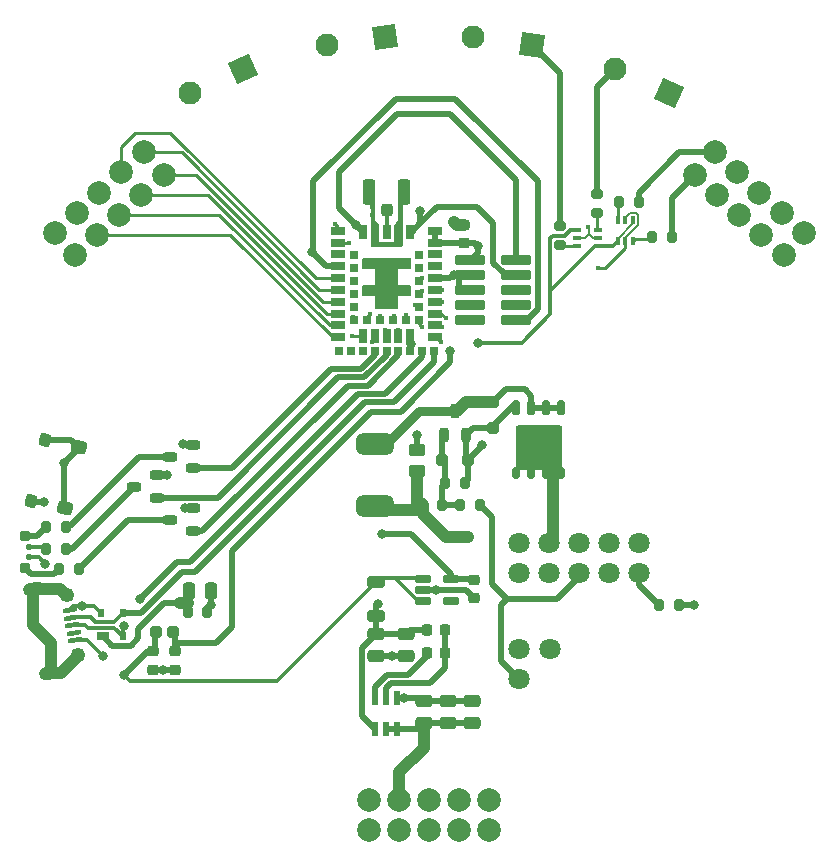
<source format=gtl>
G04 #@! TF.GenerationSoftware,KiCad,Pcbnew,7.0.1-3b83917a11~172~ubuntu22.04.1*
G04 #@! TF.CreationDate,2023-11-06T14:25:17+01:00*
G04 #@! TF.ProjectId,io_coupling_MCU_enhanced,696f5f63-6f75-4706-9c69-6e675f4d4355,rev?*
G04 #@! TF.SameCoordinates,Original*
G04 #@! TF.FileFunction,Copper,L1,Top*
G04 #@! TF.FilePolarity,Positive*
%FSLAX46Y46*%
G04 Gerber Fmt 4.6, Leading zero omitted, Abs format (unit mm)*
G04 Created by KiCad (PCBNEW 7.0.1-3b83917a11~172~ubuntu22.04.1) date 2023-11-06 14:25:17*
%MOMM*%
%LPD*%
G01*
G04 APERTURE LIST*
G04 Aperture macros list*
%AMRoundRect*
0 Rectangle with rounded corners*
0 $1 Rounding radius*
0 $2 $3 $4 $5 $6 $7 $8 $9 X,Y pos of 4 corners*
0 Add a 4 corners polygon primitive as box body*
4,1,4,$2,$3,$4,$5,$6,$7,$8,$9,$2,$3,0*
0 Add four circle primitives for the rounded corners*
1,1,$1+$1,$2,$3*
1,1,$1+$1,$4,$5*
1,1,$1+$1,$6,$7*
1,1,$1+$1,$8,$9*
0 Add four rect primitives between the rounded corners*
20,1,$1+$1,$2,$3,$4,$5,0*
20,1,$1+$1,$4,$5,$6,$7,0*
20,1,$1+$1,$6,$7,$8,$9,0*
20,1,$1+$1,$8,$9,$2,$3,0*%
%AMHorizOval*
0 Thick line with rounded ends*
0 $1 width*
0 $2 $3 position (X,Y) of the first rounded end (center of the circle)*
0 $4 $5 position (X,Y) of the second rounded end (center of the circle)*
0 Add line between two ends*
20,1,$1,$2,$3,$4,$5,0*
0 Add two circle primitives to create the rounded ends*
1,1,$1,$2,$3*
1,1,$1,$4,$5*%
%AMRotRect*
0 Rectangle, with rotation*
0 The origin of the aperture is its center*
0 $1 length*
0 $2 width*
0 $3 Rotation angle, in degrees counterclockwise*
0 Add horizontal line*
21,1,$1,$2,0,0,$3*%
G04 Aperture macros list end*
G04 #@! TA.AperFunction,SMDPad,CuDef*
%ADD10RoundRect,0.200000X-0.200000X-0.275000X0.200000X-0.275000X0.200000X0.275000X-0.200000X0.275000X0*%
G04 #@! TD*
G04 #@! TA.AperFunction,SMDPad,CuDef*
%ADD11RoundRect,0.250000X0.475000X-0.250000X0.475000X0.250000X-0.475000X0.250000X-0.475000X-0.250000X0*%
G04 #@! TD*
G04 #@! TA.AperFunction,SMDPad,CuDef*
%ADD12RoundRect,0.225000X0.250000X-0.225000X0.250000X0.225000X-0.250000X0.225000X-0.250000X-0.225000X0*%
G04 #@! TD*
G04 #@! TA.AperFunction,ComponentPad*
%ADD13RotRect,1.950000X1.950000X188.057000*%
G04 #@! TD*
G04 #@! TA.AperFunction,ComponentPad*
%ADD14C,1.950000*%
G04 #@! TD*
G04 #@! TA.AperFunction,SMDPad,CuDef*
%ADD15RoundRect,0.200000X0.400000X0.200000X-0.400000X0.200000X-0.400000X-0.200000X0.400000X-0.200000X0*%
G04 #@! TD*
G04 #@! TA.AperFunction,ComponentPad*
%ADD16C,1.800000*%
G04 #@! TD*
G04 #@! TA.AperFunction,SMDPad,CuDef*
%ADD17RoundRect,0.225000X-0.250000X0.225000X-0.250000X-0.225000X0.250000X-0.225000X0.250000X0.225000X0*%
G04 #@! TD*
G04 #@! TA.AperFunction,ComponentPad*
%ADD18C,2.000000*%
G04 #@! TD*
G04 #@! TA.AperFunction,ComponentPad*
%ADD19RotRect,1.950000X1.950000X204.171000*%
G04 #@! TD*
G04 #@! TA.AperFunction,SMDPad,CuDef*
%ADD20R,0.620000X1.220000*%
G04 #@! TD*
G04 #@! TA.AperFunction,SMDPad,CuDef*
%ADD21RoundRect,0.250000X0.309613X0.237991X-0.178257X0.347454X-0.309613X-0.237991X0.178257X-0.347454X0*%
G04 #@! TD*
G04 #@! TA.AperFunction,SMDPad,CuDef*
%ADD22RoundRect,0.275000X0.426108X0.186231X-0.305698X0.350426X-0.426108X-0.186231X0.305698X-0.350426X0*%
G04 #@! TD*
G04 #@! TA.AperFunction,SMDPad,CuDef*
%ADD23RoundRect,0.200000X0.200000X0.275000X-0.200000X0.275000X-0.200000X-0.275000X0.200000X-0.275000X0*%
G04 #@! TD*
G04 #@! TA.AperFunction,SMDPad,CuDef*
%ADD24RoundRect,0.060000X-0.615000X0.240000X-0.615000X-0.240000X0.615000X-0.240000X0.615000X0.240000X0*%
G04 #@! TD*
G04 #@! TA.AperFunction,SMDPad,CuDef*
%ADD25RoundRect,0.250000X-0.475000X0.250000X-0.475000X-0.250000X0.475000X-0.250000X0.475000X0.250000X0*%
G04 #@! TD*
G04 #@! TA.AperFunction,SMDPad,CuDef*
%ADD26RoundRect,0.225000X-0.225000X-0.250000X0.225000X-0.250000X0.225000X0.250000X-0.225000X0.250000X0*%
G04 #@! TD*
G04 #@! TA.AperFunction,SMDPad,CuDef*
%ADD27RoundRect,0.242500X-0.257500X-0.242500X0.257500X-0.242500X0.257500X0.242500X-0.257500X0.242500X0*%
G04 #@! TD*
G04 #@! TA.AperFunction,SMDPad,CuDef*
%ADD28R,0.700000X0.500000*%
G04 #@! TD*
G04 #@! TA.AperFunction,SMDPad,CuDef*
%ADD29R,1.150000X0.700000*%
G04 #@! TD*
G04 #@! TA.AperFunction,SMDPad,CuDef*
%ADD30R,0.500000X0.700000*%
G04 #@! TD*
G04 #@! TA.AperFunction,SMDPad,CuDef*
%ADD31R,0.700000X1.150000*%
G04 #@! TD*
G04 #@! TA.AperFunction,SMDPad,CuDef*
%ADD32R,0.500000X0.500000*%
G04 #@! TD*
G04 #@! TA.AperFunction,SMDPad,CuDef*
%ADD33R,0.700000X0.700000*%
G04 #@! TD*
G04 #@! TA.AperFunction,SMDPad,CuDef*
%ADD34RoundRect,0.075000X-0.075000X-0.275000X0.075000X-0.275000X0.075000X0.275000X-0.075000X0.275000X0*%
G04 #@! TD*
G04 #@! TA.AperFunction,SMDPad,CuDef*
%ADD35RoundRect,0.250000X-0.450000X0.262500X-0.450000X-0.262500X0.450000X-0.262500X0.450000X0.262500X0*%
G04 #@! TD*
G04 #@! TA.AperFunction,SMDPad,CuDef*
%ADD36R,1.000000X0.700000*%
G04 #@! TD*
G04 #@! TA.AperFunction,SMDPad,CuDef*
%ADD37R,0.600000X0.700000*%
G04 #@! TD*
G04 #@! TA.AperFunction,SMDPad,CuDef*
%ADD38RoundRect,0.075000X0.275000X-0.075000X0.275000X0.075000X-0.275000X0.075000X-0.275000X-0.075000X0*%
G04 #@! TD*
G04 #@! TA.AperFunction,ComponentPad*
%ADD39RotRect,1.950000X1.950000X171.943000*%
G04 #@! TD*
G04 #@! TA.AperFunction,SMDPad,CuDef*
%ADD40RoundRect,0.200000X0.275000X-0.200000X0.275000X0.200000X-0.275000X0.200000X-0.275000X-0.200000X0*%
G04 #@! TD*
G04 #@! TA.AperFunction,SMDPad,CuDef*
%ADD41RoundRect,0.250000X0.250000X0.250000X-0.250000X0.250000X-0.250000X-0.250000X0.250000X-0.250000X0*%
G04 #@! TD*
G04 #@! TA.AperFunction,SMDPad,CuDef*
%ADD42RoundRect,0.250000X-0.250000X-0.275000X0.250000X-0.275000X0.250000X0.275000X-0.250000X0.275000X0*%
G04 #@! TD*
G04 #@! TA.AperFunction,SMDPad,CuDef*
%ADD43RoundRect,0.262500X-0.262500X-0.837500X0.262500X-0.837500X0.262500X0.837500X-0.262500X0.837500X0*%
G04 #@! TD*
G04 #@! TA.AperFunction,SMDPad,CuDef*
%ADD44RoundRect,0.218750X0.218750X0.256250X-0.218750X0.256250X-0.218750X-0.256250X0.218750X-0.256250X0*%
G04 #@! TD*
G04 #@! TA.AperFunction,SMDPad,CuDef*
%ADD45RoundRect,0.152500X-0.152500X0.482500X-0.152500X-0.482500X0.152500X-0.482500X0.152500X0.482500X0*%
G04 #@! TD*
G04 #@! TA.AperFunction,SMDPad,CuDef*
%ADD46RoundRect,0.075000X-0.675000X0.675000X-0.675000X-0.675000X0.675000X-0.675000X0.675000X0.675000X0*%
G04 #@! TD*
G04 #@! TA.AperFunction,SMDPad,CuDef*
%ADD47RoundRect,0.190500X-1.764500X1.714500X-1.764500X-1.714500X1.764500X-1.714500X1.764500X1.714500X0*%
G04 #@! TD*
G04 #@! TA.AperFunction,SMDPad,CuDef*
%ADD48RoundRect,0.152500X-0.152500X0.357500X-0.152500X-0.357500X0.152500X-0.357500X0.152500X0.357500X0*%
G04 #@! TD*
G04 #@! TA.AperFunction,SMDPad,CuDef*
%ADD49RoundRect,0.445000X1.130000X-0.445000X1.130000X0.445000X-1.130000X0.445000X-1.130000X-0.445000X0*%
G04 #@! TD*
G04 #@! TA.AperFunction,SMDPad,CuDef*
%ADD50RoundRect,0.250000X-0.250000X-0.475000X0.250000X-0.475000X0.250000X0.475000X-0.250000X0.475000X0*%
G04 #@! TD*
G04 #@! TA.AperFunction,SMDPad,CuDef*
%ADD51RoundRect,0.200000X-1.110000X-0.200000X1.110000X-0.200000X1.110000X0.200000X-1.110000X0.200000X0*%
G04 #@! TD*
G04 #@! TA.AperFunction,SMDPad,CuDef*
%ADD52RoundRect,0.250000X-0.250000X0.250000X-0.250000X-0.250000X0.250000X-0.250000X0.250000X0.250000X0*%
G04 #@! TD*
G04 #@! TA.AperFunction,SMDPad,CuDef*
%ADD53RoundRect,0.100000X0.534438X-0.000898X0.497346X0.195632X-0.534438X0.000898X-0.497346X-0.195632X0*%
G04 #@! TD*
G04 #@! TA.AperFunction,ComponentPad*
%ADD54HorizOval,1.100000X0.393061X0.074184X-0.393061X-0.074184X0*%
G04 #@! TD*
G04 #@! TA.AperFunction,ComponentPad*
%ADD55C,1.250000*%
G04 #@! TD*
G04 #@! TA.AperFunction,ComponentPad*
%ADD56RotRect,1.950000X1.950000X155.828000*%
G04 #@! TD*
G04 #@! TA.AperFunction,SMDPad,CuDef*
%ADD57RoundRect,0.250000X0.500000X-0.250000X0.500000X0.250000X-0.500000X0.250000X-0.500000X-0.250000X0*%
G04 #@! TD*
G04 #@! TA.AperFunction,SMDPad,CuDef*
%ADD58RoundRect,0.200000X0.200000X-0.400000X0.200000X0.400000X-0.200000X0.400000X-0.200000X-0.400000X0*%
G04 #@! TD*
G04 #@! TA.AperFunction,SMDPad,CuDef*
%ADD59RoundRect,0.212500X0.237500X-0.212500X0.237500X0.212500X-0.237500X0.212500X-0.237500X-0.212500X0*%
G04 #@! TD*
G04 #@! TA.AperFunction,SMDPad,CuDef*
%ADD60RoundRect,0.112500X0.137500X-0.112500X0.137500X0.112500X-0.137500X0.112500X-0.137500X-0.112500X0*%
G04 #@! TD*
G04 #@! TA.AperFunction,ViaPad*
%ADD61C,0.450000*%
G04 #@! TD*
G04 #@! TA.AperFunction,ViaPad*
%ADD62C,0.800000*%
G04 #@! TD*
G04 #@! TA.AperFunction,Conductor*
%ADD63C,0.250000*%
G04 #@! TD*
G04 #@! TA.AperFunction,Conductor*
%ADD64C,0.500000*%
G04 #@! TD*
G04 #@! TA.AperFunction,Conductor*
%ADD65C,1.000000*%
G04 #@! TD*
G04 #@! TA.AperFunction,Conductor*
%ADD66C,0.300000*%
G04 #@! TD*
G04 #@! TA.AperFunction,Conductor*
%ADD67C,0.750000*%
G04 #@! TD*
G04 #@! TA.AperFunction,Conductor*
%ADD68C,0.200000*%
G04 #@! TD*
G04 #@! TA.AperFunction,Conductor*
%ADD69C,0.350000*%
G04 #@! TD*
G04 APERTURE END LIST*
D10*
X2649000Y4459000D03*
X4299000Y4459000D03*
D11*
X1560500Y-13978000D03*
X1560500Y-12078000D03*
D12*
X2925000Y26649000D03*
X2925000Y28199000D03*
D10*
X-20434701Y-4590299D03*
X-18784701Y-4590299D03*
D13*
X-3724677Y44150395D03*
D14*
X-8675323Y43449605D03*
D15*
X-19952000Y7640000D03*
X-19952000Y9540000D03*
X-21952000Y8590000D03*
D11*
X3592500Y-13978000D03*
X3592500Y-12078000D03*
D16*
X7620000Y-7700000D03*
D17*
X-23409701Y-7915299D03*
X-23409701Y-9465299D03*
D18*
X-5080000Y-20460000D03*
D19*
X-15719181Y41423653D03*
D14*
X-20280819Y39376347D03*
D17*
X-21504701Y-7915299D03*
X-21504701Y-9465299D03*
D20*
X-4596500Y-14455000D03*
X-3646500Y-14455000D03*
X-2696500Y-14455000D03*
X-2696500Y-11855000D03*
X-3646500Y-11855000D03*
X-4596500Y-11855000D03*
D21*
X-33682851Y4841193D03*
X-32522540Y10012622D03*
D22*
X-30804414Y4195359D03*
X-29644103Y9366788D03*
D23*
X21125000Y-4000000D03*
X19475000Y-4000000D03*
D24*
X-496500Y-1782000D03*
X-496500Y-2732000D03*
X-496500Y-3682000D03*
X1873500Y-3682000D03*
X1873500Y-1782000D03*
D10*
X-32425000Y2600000D03*
X-30775000Y2600000D03*
D16*
X7620000Y-10240000D03*
D25*
X-4492500Y-6420000D03*
X-4492500Y-8320000D03*
D18*
X-24184482Y34349604D03*
X-22480611Y32465877D03*
X-26068208Y32645734D03*
X-24364338Y30762007D03*
X-27951935Y30941863D03*
X-26248065Y29058137D03*
X-29835662Y29237993D03*
X-28131792Y27354266D03*
X-31719389Y27534123D03*
X-30015518Y25650396D03*
X5080000Y-20460000D03*
D26*
X-187500Y-8005000D03*
X1362500Y-8005000D03*
D18*
X0Y-20460000D03*
D16*
X10200000Y-7700000D03*
D18*
X-2540000Y-23000000D03*
D27*
X-23128701Y-6277299D03*
X-21658701Y-6277299D03*
D28*
X525000Y18699000D03*
D29*
X525000Y18699000D03*
D28*
X525000Y19699000D03*
D29*
X525000Y19699000D03*
D28*
X525000Y20699000D03*
D29*
X525000Y20699000D03*
D28*
X525000Y21699000D03*
D29*
X525000Y21699000D03*
D28*
X525000Y22699000D03*
D29*
X525000Y22699000D03*
D28*
X525000Y23699000D03*
D29*
X525000Y23699000D03*
D28*
X525000Y24699000D03*
D29*
X525000Y24699000D03*
D28*
X525000Y25699000D03*
D29*
X525000Y25699000D03*
D28*
X525000Y26699000D03*
D29*
X525000Y26699000D03*
D28*
X525000Y27699000D03*
D29*
X525000Y27699000D03*
D30*
X-1600000Y27624000D03*
D31*
X-1600000Y27624000D03*
D30*
X-2600000Y27624000D03*
D31*
X-2600000Y27624000D03*
D30*
X-3600000Y27624000D03*
D31*
X-3600000Y27624000D03*
D30*
X-4600000Y27624000D03*
D31*
X-4600000Y27624000D03*
D30*
X-5600000Y27624000D03*
D31*
X-5600000Y27624000D03*
D28*
X-7725000Y27699000D03*
D29*
X-7725000Y27699000D03*
D28*
X-7725000Y26699000D03*
D29*
X-7725000Y26699000D03*
D28*
X-7725000Y25699000D03*
D29*
X-7725000Y25699000D03*
D28*
X-7725000Y24699000D03*
D29*
X-7725000Y24699000D03*
D28*
X-7725000Y23699000D03*
D29*
X-7725000Y23699000D03*
D28*
X-7725000Y22699000D03*
D29*
X-7725000Y22699000D03*
D28*
X-7725000Y21699000D03*
D29*
X-7725000Y21699000D03*
D28*
X-7725000Y20699000D03*
D29*
X-7725000Y20699000D03*
D28*
X-7725000Y19699000D03*
D29*
X-7725000Y19699000D03*
D28*
X-7725000Y18699000D03*
D29*
X-7725000Y18699000D03*
D30*
X-5600000Y18774000D03*
D31*
X-5600000Y18774000D03*
D30*
X-4600000Y18774000D03*
D31*
X-4600000Y18774000D03*
D30*
X-3600000Y18774000D03*
D31*
X-3600000Y18774000D03*
D30*
X-2600000Y18774000D03*
D31*
X-2600000Y18774000D03*
D30*
X-1600000Y18774000D03*
D31*
X-1600000Y18774000D03*
D32*
X-850000Y20149000D03*
D33*
X-850000Y20149000D03*
D32*
X-850000Y21249000D03*
D33*
X-850000Y21249000D03*
D32*
X-850000Y22349000D03*
D33*
X-850000Y22349000D03*
D32*
X-850000Y23449000D03*
D33*
X-850000Y23449000D03*
D32*
X-850000Y24549000D03*
D33*
X-850000Y24549000D03*
D32*
X-850000Y25649000D03*
D33*
X-850000Y25649000D03*
D32*
X-6350000Y25649000D03*
D33*
X-6350000Y25649000D03*
D32*
X-6350000Y24549000D03*
D33*
X-6350000Y24549000D03*
D32*
X-6350000Y23449000D03*
D33*
X-6350000Y23449000D03*
D32*
X-6350000Y22349000D03*
D33*
X-6350000Y22349000D03*
D32*
X-6350000Y21249000D03*
D33*
X-6350000Y21249000D03*
D32*
X-6350000Y20149000D03*
D33*
X-6350000Y20149000D03*
D32*
X-5250000Y20149000D03*
D33*
X-5250000Y20149000D03*
D32*
X-4150000Y20149000D03*
D33*
X-4150000Y20149000D03*
D32*
X-3050000Y20149000D03*
D33*
X-3050000Y20149000D03*
D32*
X-1950000Y20149000D03*
D33*
X-1950000Y20149000D03*
D32*
X-7600000Y17549000D03*
D33*
X-7600000Y17549000D03*
D32*
X-6600000Y17549000D03*
D33*
X-6600000Y17549000D03*
D32*
X-5600000Y17549000D03*
D33*
X-5600000Y17549000D03*
D32*
X-4600000Y17549000D03*
D33*
X-4600000Y17549000D03*
D32*
X-3600000Y17549000D03*
D33*
X-3600000Y17549000D03*
D32*
X-2600000Y17549000D03*
D33*
X-2600000Y17549000D03*
D32*
X-1600000Y17549000D03*
D33*
X-1600000Y17549000D03*
D32*
X-600000Y17549000D03*
D33*
X-600000Y17549000D03*
D32*
X400000Y17549000D03*
D33*
X400000Y17549000D03*
D32*
X-3025000Y21474000D03*
D33*
X-3025000Y21474000D03*
D32*
X-4175000Y21474000D03*
D33*
X-4175000Y21474000D03*
D32*
X-1875000Y22624000D03*
D33*
X-1875000Y22624000D03*
D32*
X-3025000Y22624000D03*
D33*
X-3025000Y22624000D03*
D32*
X-4175000Y22624000D03*
D33*
X-4175000Y22624000D03*
D32*
X-5325000Y22624000D03*
D33*
X-5325000Y22624000D03*
D32*
X-3025000Y23774000D03*
D33*
X-3025000Y23774000D03*
D32*
X-4175000Y23774000D03*
D33*
X-4175000Y23774000D03*
D32*
X-1875000Y24924000D03*
D33*
X-1875000Y24924000D03*
D32*
X-3025000Y24924000D03*
D33*
X-3025000Y24924000D03*
D32*
X-4175000Y24924000D03*
D33*
X-4175000Y24924000D03*
D32*
X-5325000Y24924000D03*
D33*
X-5325000Y24924000D03*
D34*
X15950000Y26811000D03*
X16600000Y26811000D03*
X17250000Y26811000D03*
X17250000Y28589000D03*
X16600000Y28589000D03*
X15950000Y28589000D03*
D23*
X3029000Y6364000D03*
X1379000Y6364000D03*
D10*
X-32425000Y800000D03*
X-30775000Y800000D03*
D35*
X-1014000Y9181500D03*
X-1014000Y7356500D03*
D36*
X-27615701Y-6628299D03*
D37*
X-25915701Y-6628299D03*
X-25915701Y-4628299D03*
X-27815701Y-4628299D03*
D38*
X14337500Y26437500D03*
X14337500Y27087500D03*
X14337500Y27737500D03*
X12559500Y27737500D03*
X12559500Y27087500D03*
X12559500Y26437500D03*
D16*
X7620000Y-1270000D03*
X7620000Y1270000D03*
X10160000Y-1270000D03*
X10160000Y1270000D03*
X12700000Y-1270000D03*
X12700000Y1270000D03*
X15240000Y-1270000D03*
X15240000Y1270000D03*
X17780000Y-1270000D03*
X17780000Y1270000D03*
D15*
X-23000000Y5100000D03*
X-23000000Y7000000D03*
X-25000000Y6050000D03*
D39*
X8675323Y43449605D03*
D14*
X3724677Y44150395D03*
D40*
X14211000Y29175000D03*
X14211000Y30825000D03*
D41*
X3304000Y8269000D03*
X1104000Y8269000D03*
D18*
X2540000Y-23000000D03*
D10*
X16075000Y30100000D03*
X17725000Y30100000D03*
D40*
X11048500Y26462500D03*
X11048500Y28112500D03*
D42*
X-3600000Y29473800D03*
D43*
X-5075000Y30998800D03*
X-2125000Y30998800D03*
D44*
X1375000Y-6100000D03*
X-200000Y-6100000D03*
D45*
X7395000Y12660000D03*
X11205000Y12660000D03*
X9935000Y12660000D03*
X8665000Y12660000D03*
D46*
X9300000Y9300000D03*
D47*
X9300000Y9300000D03*
D48*
X11205000Y7195000D03*
X9935000Y7195000D03*
X8665000Y7195000D03*
X7395000Y7195000D03*
D17*
X3812500Y-1830000D03*
X3812500Y-3380000D03*
D18*
X5080000Y-23000000D03*
D49*
X-4600000Y4385000D03*
X-4600000Y9615000D03*
D18*
X-5080000Y-23000000D03*
D10*
X-526000Y4459000D03*
X1124000Y4459000D03*
D18*
X-2540000Y-20460000D03*
D50*
X-20359701Y-2790299D03*
X-18459701Y-2790299D03*
D18*
X22480568Y32465796D03*
X24184406Y34349553D03*
X24364325Y30761959D03*
X26068162Y32645716D03*
X26248081Y29058122D03*
X27951919Y30941878D03*
X28131838Y27354284D03*
X29835675Y29238041D03*
X30015594Y25650447D03*
X31719432Y27534204D03*
D51*
X3485000Y25264000D03*
X7365000Y25264000D03*
X3485000Y23994000D03*
X7365000Y23994000D03*
X3485000Y22724000D03*
X7365000Y22724000D03*
X3485000Y21454000D03*
X7365000Y21454000D03*
X3485000Y20184000D03*
X7365000Y20184000D03*
D52*
X5379000Y13179000D03*
X5379000Y10979000D03*
D10*
X18875000Y27200000D03*
X20525000Y27200000D03*
D53*
X-30441099Y-4422553D03*
X-30320550Y-5061276D03*
X-30200000Y-5700000D03*
X-30079450Y-6338724D03*
X-29958901Y-6977447D03*
D54*
X-32136368Y-9729017D03*
D55*
X-29717802Y-8254894D03*
X-30682198Y-3145106D03*
D54*
X-33471686Y-2653925D03*
D15*
X-19952000Y2306000D03*
X-19952000Y4206000D03*
X-21952000Y3256000D03*
D18*
X2540000Y-20460000D03*
D10*
X-31325000Y-900000D03*
X-29675000Y-900000D03*
D56*
X20280801Y39376307D03*
D14*
X15719199Y41423693D03*
D18*
X0Y-23000000D03*
D11*
X-471500Y-13978000D03*
X-471500Y-12078000D03*
D57*
X-4487500Y-4905000D03*
X-4487500Y-2005000D03*
D58*
X1254000Y10444000D03*
X3154000Y10444000D03*
X2204000Y12444000D03*
D25*
X-1952500Y-6420000D03*
X-1952500Y-8320000D03*
D59*
X-34200000Y-825000D03*
D60*
X-33850000Y75000D03*
X-33850000Y925000D03*
D59*
X-34200000Y1825000D03*
D61*
X-4800000Y29050000D03*
D62*
X-30927420Y8023266D03*
D61*
X-4550000Y26950000D03*
X-2400000Y31150000D03*
X-6500000Y18800000D03*
D62*
X-22493701Y-9465299D03*
X-20700000Y4200000D03*
D61*
X-2400000Y29050000D03*
X-2600000Y26950000D03*
D62*
X-3600000Y23200000D03*
X2099750Y23999750D03*
X2125000Y28424000D03*
D61*
X-4550000Y27650000D03*
X-4700000Y28350000D03*
D62*
X-20800000Y9649500D03*
D61*
X-3200000Y26550000D03*
X-2500000Y28350000D03*
D62*
X-22200000Y7000000D03*
D61*
X-2600000Y27624000D03*
D62*
X-2087500Y-11855000D03*
X-18459701Y-3943299D03*
D61*
X-4800000Y31150000D03*
D62*
X-27610389Y-8339611D03*
X-1505853Y18123565D03*
D61*
X-2400000Y31850000D03*
X-4800000Y30450000D03*
D62*
X612500Y-2705000D03*
D61*
X-4800000Y29750000D03*
D62*
X-3187500Y-8320000D03*
D61*
X-2400000Y30450000D03*
X-4800000Y31850000D03*
X-2400000Y29750000D03*
X-4000000Y26550000D03*
D62*
X22400000Y-4000000D03*
X3300000Y1800000D03*
X4500000Y9600000D03*
X-1024500Y10397655D03*
X-4360023Y-3932477D03*
X-21109701Y-3790299D03*
X-4000000Y2000000D03*
X4100000Y18244365D03*
X-32500000Y-500000D03*
X4100000Y26400000D03*
X-29409701Y-4090299D03*
X-25809701Y-9890299D03*
X-800000Y29400000D03*
X-6188000Y28212000D03*
X-32600000Y4720000D03*
X-9900000Y25900000D03*
X-24475250Y-3449500D03*
X-25809701Y-5790299D03*
D61*
X-8000000Y28300000D03*
X-4825498Y18323502D03*
X-6790000Y26710000D03*
X-7300000Y25800000D03*
X-5000000Y20700000D03*
X1100000Y22700000D03*
X-3746300Y19300000D03*
X1100000Y21700000D03*
X-4200000Y20500000D03*
X-2000000Y20600000D03*
X-2596800Y19287234D03*
X1438786Y20304784D03*
X-3000000Y20500000D03*
X13450000Y28030000D03*
X-6424502Y20374498D03*
X14300000Y24570000D03*
X-1200000Y21400000D03*
X-600000Y22570000D03*
X-574502Y23675265D03*
X1100000Y19600000D03*
X1000000Y18300000D03*
D62*
X1800000Y17500000D03*
D61*
X-600000Y19600000D03*
D63*
X-7725000Y18699000D02*
X-8167198Y18699000D01*
X-8167198Y18699000D02*
X-16822464Y27354266D01*
X-16822464Y27354266D02*
X-28131792Y27354266D01*
D64*
X-1505853Y18123565D02*
X-1600000Y18029418D01*
D65*
X2925000Y28199000D02*
X2350000Y28199000D01*
D64*
X-30297884Y10032534D02*
X-29608018Y9342668D01*
D66*
X-27610389Y-8339611D02*
X-28972553Y-6977447D01*
D64*
X21125000Y-4000000D02*
X22400000Y-4000000D01*
X-20690500Y9540000D02*
X-20800000Y9649500D01*
X-496500Y-2732000D02*
X585500Y-2732000D01*
X-20694000Y4206000D02*
X-20700000Y4200000D01*
X-30927420Y8023266D02*
X-29608018Y9342668D01*
X-1600000Y18029418D02*
X-1600000Y17549000D01*
X2568000Y22824000D02*
X2568000Y24094000D01*
X-1600000Y18774000D02*
X-1600000Y17549000D01*
X-18459701Y-3943299D02*
X-18784701Y-4268299D01*
X-19952000Y9540000D02*
X-20690500Y9540000D01*
X1560500Y-12078000D02*
X3592500Y-12078000D01*
D63*
X-6474000Y18774000D02*
X-6500000Y18800000D01*
D64*
X-18459701Y-2790299D02*
X-18459701Y-3943299D01*
X-30847437Y4189626D02*
X-30927420Y4269609D01*
D63*
X-5600000Y18774000D02*
X-6474000Y18774000D01*
D64*
X-471500Y-12078000D02*
X1560500Y-12078000D01*
X3485000Y23994000D02*
X3479250Y23999750D01*
X-21504701Y-9465299D02*
X-23409701Y-9465299D01*
X2099750Y23999750D02*
X1799000Y23699000D01*
X-19952000Y4206000D02*
X-20694000Y4206000D01*
X612500Y-2705000D02*
X3137500Y-2705000D01*
X-23000000Y7000000D02*
X-22200000Y7000000D01*
X-2696500Y-11855000D02*
X-694500Y-11855000D01*
X1799000Y23699000D02*
X525000Y23699000D01*
X3137500Y-2705000D02*
X3812500Y-3380000D01*
D66*
X-28972553Y-6977447D02*
X-29958901Y-6977447D01*
D65*
X2350000Y28199000D02*
X2125000Y28424000D01*
D64*
X-32476221Y10032534D02*
X-30297884Y10032534D01*
X3479250Y23999750D02*
X2099750Y23999750D01*
X-694500Y-11855000D02*
X-471500Y-12078000D01*
X-1952500Y-8320000D02*
X-4492500Y-8320000D01*
X-30927420Y4269609D02*
X-30927420Y8023266D01*
X585500Y-2732000D02*
X612500Y-2705000D01*
D65*
X10500000Y8100000D02*
X9300000Y9300000D01*
X10160000Y1270000D02*
X10500000Y1610000D01*
X10500000Y1610000D02*
X10500000Y8100000D01*
X1400000Y1800000D02*
X3300000Y1800000D01*
X-2540000Y-20460000D02*
X-2540000Y-18140000D01*
X-4600000Y4385000D02*
X-4315000Y4100000D01*
D64*
X-2696500Y-14455000D02*
X-3646500Y-14455000D01*
X-471500Y-13978000D02*
X-948500Y-14455000D01*
D65*
X-1014000Y4100000D02*
X-1014000Y5085000D01*
D64*
X3592500Y-13978000D02*
X1560500Y-13978000D01*
X-948500Y-14455000D02*
X-2696500Y-14455000D01*
X1560500Y-13978000D02*
X-471500Y-13978000D01*
D65*
X-4315000Y4100000D02*
X-1014000Y4100000D01*
X-526000Y4459000D02*
X-526000Y3726000D01*
X-1014000Y5085000D02*
X-1014000Y7356500D01*
X-2540000Y-18140000D02*
X-471500Y-16071500D01*
X-1014000Y5085000D02*
X-1014000Y4947000D01*
X-526000Y3726000D02*
X1400000Y1800000D01*
X-471500Y-16071500D02*
X-471500Y-13978000D01*
X-1014000Y4947000D02*
X-526000Y4459000D01*
D64*
X6600000Y-3500000D02*
X10800000Y-3500000D01*
X6100000Y-4000000D02*
X6100000Y-8720000D01*
X6100000Y-8720000D02*
X7620000Y-10240000D01*
X6600000Y-3500000D02*
X6100000Y-4000000D01*
X4299000Y4459000D02*
X5299000Y3459000D01*
X10800000Y-3500000D02*
X12700000Y-1600000D01*
X5299000Y3459000D02*
X5299000Y-2199000D01*
X5299000Y-2199000D02*
X6600000Y-3500000D01*
X12700000Y-1600000D02*
X12700000Y-1270000D01*
X5379000Y10979000D02*
X5379000Y11144000D01*
X3300000Y6635000D02*
X3300000Y8265000D01*
X3300000Y8265000D02*
X3304000Y8269000D01*
X4500000Y9600000D02*
X4500000Y9465000D01*
X3029000Y6364000D02*
X3300000Y6635000D01*
X4500000Y9465000D02*
X3304000Y8269000D01*
X-1014000Y10387155D02*
X-1014000Y9181500D01*
X3154000Y8419000D02*
X3304000Y8269000D01*
X3154000Y10444000D02*
X3154000Y8419000D01*
X3689000Y10979000D02*
X3154000Y10444000D01*
X5379000Y10979000D02*
X3689000Y10979000D01*
X-1024500Y10397655D02*
X-1014000Y10387155D01*
X5379000Y11144000D02*
X7395000Y13160000D01*
X5379000Y13179000D02*
X6500000Y14300000D01*
D65*
X5379000Y13179000D02*
X3079000Y13179000D01*
D64*
X6500000Y14300000D02*
X8100000Y14300000D01*
D65*
X2344000Y12444000D02*
X3000000Y13100000D01*
X3079000Y13179000D02*
X3000000Y13100000D01*
D64*
X8100000Y14300000D02*
X8665000Y13735000D01*
X8665000Y12700000D02*
X11165000Y12700000D01*
X8665000Y13735000D02*
X8665000Y12700000D01*
D67*
X-3685000Y9615000D02*
X-4600000Y9615000D01*
X-856000Y12444000D02*
X-3685000Y9615000D01*
X2204000Y12444000D02*
X-856000Y12444000D01*
D64*
X11165000Y12700000D02*
X11205000Y12660000D01*
D65*
X2204000Y12444000D02*
X2344000Y12444000D01*
D64*
X1379000Y7994000D02*
X1104000Y8269000D01*
X1104000Y8269000D02*
X1104000Y10294000D01*
X1104000Y10294000D02*
X1254000Y10444000D01*
X1124000Y4459000D02*
X2649000Y4459000D01*
X1379000Y6364000D02*
X1379000Y7994000D01*
X1124000Y4459000D02*
X1124000Y6109000D01*
X1124000Y6109000D02*
X1379000Y6364000D01*
X-3556450Y-9905000D02*
X-4596500Y-10945050D01*
X-1822551Y-9905000D02*
X-3556450Y-9905000D01*
X-187500Y-8005000D02*
X-187500Y-8269949D01*
X-4596500Y-10945050D02*
X-4596500Y-11855000D01*
X-187500Y-8269949D02*
X-1822551Y-9905000D01*
X-3266500Y-10605000D02*
X112500Y-10605000D01*
X1362500Y-9355000D02*
X1362500Y-8005000D01*
X-3646500Y-11855000D02*
X-3646500Y-10985000D01*
X1375000Y-7992500D02*
X1362500Y-8005000D01*
X-3646500Y-10985000D02*
X-3266500Y-10605000D01*
X1375000Y-6100000D02*
X1375000Y-7992500D01*
X112500Y-10605000D02*
X1362500Y-9355000D01*
X-5667500Y-13384000D02*
X-4596500Y-14455000D01*
X-4360023Y-3932477D02*
X-4492500Y-4064954D01*
X-200000Y-6100000D02*
X-1632500Y-6100000D01*
X-3187500Y-6420000D02*
X-4492500Y-6420000D01*
X-4492500Y-6420000D02*
X-5667500Y-7595000D01*
X-5667500Y-7595000D02*
X-5667500Y-13384000D01*
X-1632500Y-6100000D02*
X-1952500Y-6420000D01*
X-4492500Y-4064954D02*
X-4492500Y-6420000D01*
X-1952500Y-6420000D02*
X-3187500Y-6420000D01*
X-26815701Y-7428299D02*
X-25247701Y-7428299D01*
X-20359701Y-4515299D02*
X-20359701Y-3890299D01*
D65*
X-29660922Y-8231724D02*
X-31158215Y-9729017D01*
X-33471686Y-2653925D02*
X-31253429Y-2653925D01*
X-32040152Y-9632801D02*
X-32040152Y-7159848D01*
D64*
X-27615701Y-6628299D02*
X-26815701Y-7428299D01*
D65*
X-32136368Y-9729017D02*
X-32040152Y-9632801D01*
X-31158215Y-9729017D02*
X-32136368Y-9729017D01*
D64*
X-22415373Y-3790299D02*
X-21109701Y-3790299D01*
X-24609701Y-6790299D02*
X-24609701Y-5984627D01*
D65*
X-31253429Y-2653925D02*
X-30758480Y-3148874D01*
D64*
X-25247701Y-7428299D02*
X-24609701Y-6790299D01*
X-20472701Y-4628299D02*
X-20359701Y-4515299D01*
D65*
X-33559848Y-2742087D02*
X-33471686Y-2653925D01*
D64*
X-20359701Y-3890299D02*
X-20359701Y-2890299D01*
X-24609701Y-5984627D02*
X-22415373Y-3790299D01*
D65*
X-21109701Y-3790299D02*
X-20459701Y-3790299D01*
X-32040152Y-7159848D02*
X-33559848Y-5640152D01*
D64*
X-20459701Y-3790299D02*
X-20359701Y-3890299D01*
D65*
X-33559848Y-5640152D02*
X-33559848Y-2742087D01*
D66*
X-33850000Y75000D02*
X-33075000Y75000D01*
X7844365Y18244365D02*
X4100000Y18244365D01*
D64*
X525000Y27699000D02*
X525000Y26699000D01*
D66*
X10223500Y22100000D02*
X10223500Y22623500D01*
X10223500Y27069607D02*
X10223500Y22100000D01*
X10453893Y27300000D02*
X10223500Y27069607D01*
D64*
X1873500Y-1782000D02*
X3764500Y-1782000D01*
X-4000000Y2000000D02*
X-1500000Y2000000D01*
X2875000Y26699000D02*
X2925000Y26649000D01*
D68*
X15950000Y26811000D02*
X15950000Y27041330D01*
X17250000Y28341330D02*
X17250000Y28589000D01*
D64*
X1873500Y-1373500D02*
X1873500Y-1782000D01*
X-1500000Y2000000D02*
X1873500Y-1373500D01*
X3564000Y25264000D02*
X4100000Y25800000D01*
D66*
X11926317Y27737500D02*
X11488817Y27300000D01*
X-33075000Y75000D02*
X-32500000Y-500000D01*
D68*
X15950000Y27041330D02*
X17250000Y28341330D01*
D64*
X3764500Y-1782000D02*
X3812500Y-1830000D01*
D66*
X14337500Y26437500D02*
X15576500Y26437500D01*
D64*
X4100000Y25800000D02*
X4100000Y26400000D01*
D66*
X12559500Y27737500D02*
X11926317Y27737500D01*
D64*
X3485000Y25264000D02*
X3564000Y25264000D01*
D66*
X11488817Y27300000D02*
X10453893Y27300000D01*
D64*
X525000Y26699000D02*
X2875000Y26699000D01*
X2925000Y26649000D02*
X3851000Y26649000D01*
X3851000Y26649000D02*
X4100000Y26400000D01*
D66*
X14037500Y26437500D02*
X14337500Y26437500D01*
X10223500Y20623500D02*
X7844365Y18244365D01*
X10223500Y22100000D02*
X10223500Y20623500D01*
X10223500Y22623500D02*
X14037500Y26437500D01*
X15576500Y26437500D02*
X15950000Y26811000D01*
X-25300000Y-10400000D02*
X-12900000Y-10400000D01*
D64*
X-23834701Y-7915299D02*
X-25809701Y-9890299D01*
D66*
X-30484091Y-4419586D02*
X-30154804Y-4090299D01*
X-29409701Y-4090299D02*
X-28353701Y-4090299D01*
X-543500Y-1735000D02*
X-496500Y-1782000D01*
X-4505000Y-2005000D02*
X-4487500Y-2005000D01*
D64*
X-23209701Y-6358299D02*
X-23128701Y-6277299D01*
D66*
X-30154804Y-4090299D02*
X-29409701Y-4090299D01*
X-2928328Y-1735000D02*
X-981328Y-3682000D01*
X-12900000Y-10400000D02*
X-4505000Y-2005000D01*
X-28353701Y-4090299D02*
X-27815701Y-4628299D01*
D64*
X-23209701Y-7715299D02*
X-23209701Y-6358299D01*
X-23409701Y-7915299D02*
X-23209701Y-7715299D01*
D66*
X-25809701Y-9890299D02*
X-25300000Y-10400000D01*
D64*
X-23409701Y-7915299D02*
X-23834701Y-7915299D01*
D66*
X-981328Y-3682000D02*
X-496500Y-3682000D01*
X-4217500Y-1735000D02*
X-3222500Y-1735000D01*
X-3222500Y-1735000D02*
X-2928328Y-1735000D01*
X-3222500Y-1735000D02*
X-543500Y-1735000D01*
D64*
X-1476000Y27624000D02*
X-750000Y28350000D01*
X-1600000Y27624000D02*
X-1476000Y27624000D01*
X5425000Y24974761D02*
X6305761Y24094000D01*
X4054800Y29724000D02*
X5425000Y28353800D01*
X-750000Y28350000D02*
X-750000Y29350000D01*
X624000Y29724000D02*
X4054800Y29724000D01*
X-750000Y29350000D02*
X-800000Y29400000D01*
X5425000Y28353800D02*
X5425000Y24974761D01*
X-750000Y28350000D02*
X624000Y29724000D01*
X1800000Y37600000D02*
X7365000Y32035000D01*
X-7600000Y29624000D02*
X-7600000Y32700000D01*
X-7600000Y32700000D02*
X-2700000Y37600000D01*
X7365000Y32035000D02*
X7365000Y25364000D01*
X-5600000Y27624000D02*
X-7600000Y29624000D01*
X-2700000Y37600000D02*
X1800000Y37600000D01*
X9200000Y21059761D02*
X8324239Y20184000D01*
X-33556148Y4720000D02*
X-33715640Y4879492D01*
X-7726000Y24700000D02*
X-7725000Y24699000D01*
X-9800000Y26000000D02*
X-9800000Y31900000D01*
X-2800000Y38900000D02*
X2200000Y38900000D01*
X8324239Y20184000D02*
X7365000Y20184000D01*
X-9900000Y25900000D02*
X-8700000Y24700000D01*
X9200000Y31900000D02*
X9200000Y21059761D01*
X-9800000Y31900000D02*
X-2800000Y38900000D01*
X-32600000Y4720000D02*
X-33556148Y4720000D01*
X-9900000Y25900000D02*
X-9800000Y26000000D01*
X-8700000Y24700000D02*
X-7726000Y24700000D01*
X2200000Y38900000D02*
X9200000Y31900000D01*
X-3700000Y13900000D02*
X-600000Y17000000D01*
D66*
X-29133670Y-5666330D02*
X-28909701Y-5890299D01*
D64*
X-6050000Y13900000D02*
X-3700000Y13900000D01*
D66*
X-30166330Y-5666330D02*
X-29133670Y-5666330D01*
D64*
X-20250000Y-300000D02*
X-6050000Y13900000D01*
D66*
X-25915701Y-6628299D02*
X-25915701Y-5896299D01*
X-25915701Y-5896299D02*
X-25809701Y-5790299D01*
D64*
X-24475250Y-3449500D02*
X-21325750Y-300000D01*
X-21325750Y-300000D02*
X-20250000Y-300000D01*
X-600000Y17000000D02*
X-600000Y17549000D01*
D66*
X-28909701Y-5890299D02*
X-26653701Y-5890299D01*
X-26653701Y-5890299D02*
X-25915701Y-6628299D01*
D64*
X-5400000Y13200000D02*
X-19800000Y-1200000D01*
D66*
X-30286880Y-5027606D02*
X-28672394Y-5027606D01*
X-28309701Y-5390299D02*
X-26677701Y-5390299D01*
D64*
X-3000000Y13200000D02*
X-5400000Y13200000D01*
X400000Y16600000D02*
X-3000000Y13200000D01*
X-20957512Y-1200000D02*
X-24385811Y-4628299D01*
D66*
X-28672394Y-5027606D02*
X-28309701Y-5390299D01*
D64*
X-19800000Y-1200000D02*
X-20957512Y-1200000D01*
D66*
X-30314217Y-5054943D02*
X-30286880Y-5027606D01*
X-26677701Y-5390299D02*
X-25915701Y-4628299D01*
D64*
X-24385811Y-4628299D02*
X-25915701Y-4628299D01*
X400000Y17549000D02*
X400000Y16600000D01*
X-33675000Y-1350000D02*
X-31775000Y-1350000D01*
X-31775000Y-1350000D02*
X-31325000Y-900000D01*
X-34200000Y-825000D02*
X-33675000Y-1350000D01*
D66*
X-33850000Y925000D02*
X-32550000Y925000D01*
X-32550000Y925000D02*
X-32425000Y800000D01*
D64*
X-34200000Y1825000D02*
X-33200000Y1825000D01*
X-33200000Y1825000D02*
X-32425000Y2600000D01*
X-3600000Y17189950D02*
X-3600000Y17549000D01*
X-17900000Y5100000D02*
X-7700000Y15300000D01*
X-23000000Y5100000D02*
X-17900000Y5100000D01*
X-7700000Y15300000D02*
X-5489950Y15300000D01*
X-5489950Y15300000D02*
X-3600000Y17189950D01*
X-30775000Y800000D02*
X-30250000Y800000D01*
X-30250000Y800000D02*
X-25000000Y6050000D01*
X-5800000Y16000000D02*
X-4600000Y17200000D01*
X-8300000Y16000000D02*
X-5800000Y16000000D01*
X-19952000Y7640000D02*
X-16660000Y7640000D01*
X-4600000Y17200000D02*
X-4600000Y17549000D01*
X-16660000Y7640000D02*
X-8300000Y16000000D01*
X-30448000Y2700000D02*
X-24558000Y8590000D01*
X-30862000Y2700000D02*
X-30448000Y2700000D01*
X-24558000Y8590000D02*
X-21952000Y8590000D01*
X-5200000Y14600000D02*
X-2600000Y17200000D01*
X-19194000Y2306000D02*
X-6900000Y14600000D01*
X-19952000Y2306000D02*
X-19194000Y2306000D01*
X-2600000Y17200000D02*
X-2600000Y17549000D01*
X-6900000Y14600000D02*
X-5200000Y14600000D01*
X-29675000Y-900000D02*
X-25519000Y3256000D01*
X-25519000Y3256000D02*
X-21952000Y3256000D01*
D69*
X-3600000Y27624000D02*
X-3600000Y29473800D01*
D64*
X19475000Y-4000000D02*
X17780000Y-2305000D01*
X17780000Y-2305000D02*
X17780000Y-1270000D01*
D63*
X-18698403Y30762007D02*
X-24364338Y30762007D01*
X-8635396Y20699000D02*
X-18698403Y30762007D01*
X-7725000Y20699000D02*
X-8635396Y20699000D01*
X-7725000Y28025000D02*
X-8000000Y28300000D01*
X-7725000Y27699000D02*
X-7725000Y28025000D01*
D68*
X-4600000Y18549000D02*
X-4825498Y18323502D01*
X-4600000Y18774000D02*
X-4600000Y18549000D01*
D63*
X-6790000Y26710000D02*
X-7714000Y26710000D01*
X-7725000Y25699000D02*
X-7384810Y25699000D01*
X-7401000Y25699000D02*
X-7300000Y25800000D01*
X-7725000Y25699000D02*
X-7401000Y25699000D01*
X-7570856Y25811823D02*
X-7612177Y25811823D01*
X-7612177Y25811823D02*
X-7725000Y25699000D01*
X-8399000Y19699000D02*
X-17758137Y29058137D01*
X-17758137Y29058137D02*
X-26248065Y29058137D01*
X-7725000Y19699000D02*
X-8399000Y19699000D01*
X-7725000Y23699000D02*
X-9599000Y23699000D01*
X-21900000Y36000000D02*
X-24900000Y36000000D01*
X-24900000Y36000000D02*
X-26068208Y34831792D01*
X-9599000Y23699000D02*
X-21900000Y36000000D01*
X-26068208Y34831792D02*
X-26068208Y32645734D01*
X-5000000Y20700000D02*
X-5250000Y20450000D01*
X-5250000Y20450000D02*
X-5250000Y20149000D01*
X1099000Y22699000D02*
X1100000Y22700000D01*
X525000Y22699000D02*
X1099000Y22699000D01*
D68*
X-3646300Y19300000D02*
X-3600000Y19253700D01*
X-3600000Y19253700D02*
X-3600000Y18774000D01*
D63*
X1099000Y21699000D02*
X1100000Y21700000D01*
X525000Y21699000D02*
X1099000Y21699000D01*
X-4150000Y20450000D02*
X-4200000Y20500000D01*
X-4150000Y20149000D02*
X-4150000Y20450000D01*
X-1950000Y20149000D02*
X-1950000Y20550000D01*
X-1950000Y20550000D02*
X-2000000Y20600000D01*
D66*
X-2600000Y19284034D02*
X-2600000Y18774000D01*
X-2600000Y19141609D02*
X-2600000Y18774000D01*
X-2596800Y19287234D02*
X-2600000Y19284034D01*
D63*
X1044570Y20699000D02*
X1438786Y20304784D01*
X525000Y20699000D02*
X1044570Y20699000D01*
D68*
X13513924Y27966076D02*
X13513924Y27413924D01*
X13187500Y27087500D02*
X12559500Y27087500D01*
X13840348Y27087500D02*
X14337500Y27087500D01*
D63*
X-3050000Y20450000D02*
X-3000000Y20500000D01*
D68*
X13450000Y28030000D02*
X13513924Y27966076D01*
X13513924Y27413924D02*
X13840348Y27087500D01*
D63*
X-3050000Y20149000D02*
X-3050000Y20450000D01*
D68*
X13513924Y27413924D02*
X13187500Y27087500D01*
D63*
X14211000Y27864000D02*
X14337500Y27737500D01*
X14211000Y29175000D02*
X14211000Y27864000D01*
X12559500Y26437500D02*
X11073500Y26437500D01*
X11073500Y26437500D02*
X11048500Y26462500D01*
D68*
X16600000Y27058670D02*
X17700000Y28158670D01*
X17700000Y29019330D02*
X17480330Y29239000D01*
X17019670Y29239000D02*
X16600000Y28819330D01*
X16600000Y26811000D02*
X16600000Y27058670D01*
X17480330Y29239000D02*
X17019670Y29239000D01*
D63*
X14926400Y24570000D02*
X16600000Y26243600D01*
D68*
X16600000Y28819330D02*
X16600000Y28589000D01*
X17700000Y28158670D02*
X17700000Y29019330D01*
D63*
X14300000Y24570000D02*
X14926400Y24570000D01*
X-6350000Y20149000D02*
X-6350000Y20150000D01*
X16600000Y26243600D02*
X16600000Y26811000D01*
X17250000Y26811000D02*
X17439000Y27000000D01*
X18675000Y27000000D02*
X18875000Y27200000D01*
X17439000Y27000000D02*
X18675000Y27000000D01*
X15950000Y29775000D02*
X16075000Y29900000D01*
X15950000Y28589000D02*
X15950000Y29775000D01*
X-1049000Y21249000D02*
X-1200000Y21400000D01*
X-850000Y21249000D02*
X-1049000Y21249000D01*
D64*
X11048500Y41076428D02*
X8675323Y43449605D01*
X11048500Y28112500D02*
X11048500Y41076428D01*
D63*
X-850000Y22349000D02*
X-751000Y22349000D01*
X-821000Y22349000D02*
X-600000Y22570000D01*
X-850000Y22349000D02*
X-821000Y22349000D01*
D64*
X14211000Y30825000D02*
X14200000Y30836000D01*
X14200000Y30836000D02*
X14200000Y39904494D01*
D63*
X-800767Y23449000D02*
X-574502Y23675265D01*
X-850000Y23449000D02*
X-800767Y23449000D01*
D64*
X14200000Y39904494D02*
X15719199Y41423693D01*
D63*
X1001000Y19699000D02*
X1100000Y19600000D01*
D64*
X21149604Y34349604D02*
X24184482Y34349604D01*
D63*
X525000Y19699000D02*
X1001000Y19699000D01*
D64*
X17725000Y30925000D02*
X21149604Y34349604D01*
X17725000Y30100000D02*
X17725000Y30925000D01*
X20525000Y27200000D02*
X20525000Y30510266D01*
D63*
X525000Y18699000D02*
X601000Y18699000D01*
D64*
X20525000Y30510266D02*
X22480611Y32465877D01*
D63*
X601000Y18699000D02*
X1000000Y18300000D01*
X-850000Y20149000D02*
X-850000Y19850000D01*
D64*
X-16700000Y-5800000D02*
X-16700000Y600000D01*
X1800000Y16600000D02*
X1800000Y17500000D01*
X-2400000Y12400000D02*
X1800000Y16600000D01*
X-19200000Y-7177299D02*
X-18077299Y-7177299D01*
X-16700000Y600000D02*
X-4900000Y12400000D01*
X-21504701Y-7177299D02*
X-21504701Y-6431299D01*
X-21504701Y-6431299D02*
X-21658701Y-6277299D01*
X-21504701Y-7177299D02*
X-18996701Y-7177299D01*
X-21504701Y-7915299D02*
X-21504701Y-7177299D01*
X-4900000Y12400000D02*
X-2400000Y12400000D01*
X-18077299Y-7177299D02*
X-16700000Y-5800000D01*
D63*
X-850000Y19850000D02*
X-600000Y19600000D01*
X-20949604Y34349604D02*
X-24184482Y34349604D01*
X-7725000Y22699000D02*
X-9299000Y22699000D01*
X-9299000Y22699000D02*
X-20949604Y34349604D01*
X-19765877Y32465877D02*
X-22480611Y32465877D01*
X-7725000Y21699000D02*
X-8999000Y21699000D01*
X-8999000Y21699000D02*
X-19765877Y32465877D01*
G04 #@! TA.AperFunction,Conductor*
G36*
X-1562000Y25362187D02*
G01*
X-1516613Y25316800D01*
X-1500000Y25254800D01*
X-1500000Y24602800D01*
X-1516613Y24540800D01*
X-1562000Y24495413D01*
X-1624000Y24478800D01*
X-2600000Y24478800D01*
X-2600000Y23078800D01*
X-1624000Y23078800D01*
X-1562000Y23062187D01*
X-1516613Y23016800D01*
X-1500000Y22954800D01*
X-1500000Y22302800D01*
X-1516613Y22240800D01*
X-1562000Y22195413D01*
X-1624000Y22178800D01*
X-2600000Y22178800D01*
X-2600000Y21202800D01*
X-2616613Y21140800D01*
X-2662000Y21095413D01*
X-2724000Y21078800D01*
X-4476000Y21078800D01*
X-4538000Y21095413D01*
X-4583387Y21140800D01*
X-4600000Y21202800D01*
X-4600000Y22178800D01*
X-5576000Y22178800D01*
X-5638000Y22195413D01*
X-5683387Y22240800D01*
X-5700000Y22302800D01*
X-5700000Y22954800D01*
X-5683387Y23016800D01*
X-5638000Y23062187D01*
X-5576000Y23078800D01*
X-4600000Y23078800D01*
X-4600000Y24478800D01*
X-5576000Y24478800D01*
X-5638000Y24495413D01*
X-5683387Y24540800D01*
X-5700000Y24602800D01*
X-5700000Y25254800D01*
X-5683387Y25316800D01*
X-5638000Y25362187D01*
X-5576000Y25378800D01*
X-1624000Y25378800D01*
X-1562000Y25362187D01*
G37*
G04 #@! TD.AperFunction*
G04 #@! TA.AperFunction,Conductor*
G36*
X-4612000Y31362187D02*
G01*
X-4566613Y31316800D01*
X-4550000Y31254800D01*
X-4550000Y28598800D01*
X-4274800Y28231867D01*
X-4256363Y28196679D01*
X-4250000Y28157467D01*
X-4250000Y26748800D01*
X-2950000Y26748800D01*
X-2950000Y28157467D01*
X-2943637Y28196679D01*
X-2925200Y28231867D01*
X-2650000Y28598800D01*
X-2650000Y30744800D01*
X-2633387Y30806800D01*
X-2588000Y30852187D01*
X-2526000Y30868800D01*
X-2374000Y30868800D01*
X-2312000Y30852187D01*
X-2266613Y30806800D01*
X-2250000Y30744800D01*
X-2250000Y26472800D01*
X-2266613Y26410800D01*
X-2312000Y26365413D01*
X-2374000Y26348800D01*
X-4826000Y26348800D01*
X-4888000Y26365413D01*
X-4933387Y26410800D01*
X-4950000Y26472800D01*
X-4950000Y31254800D01*
X-4933387Y31316800D01*
X-4888000Y31362187D01*
X-4826000Y31378800D01*
X-4674000Y31378800D01*
X-4612000Y31362187D01*
G37*
G04 #@! TD.AperFunction*
M02*

</source>
